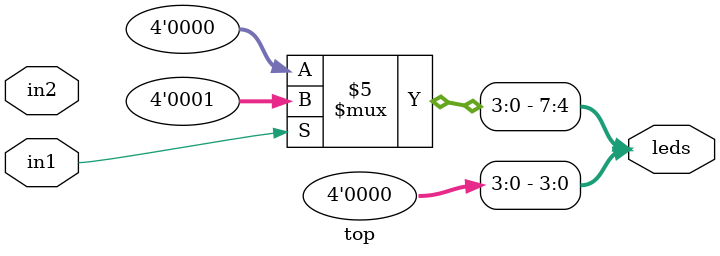
<source format=sv>
module top(
    input in1,
    input in2,
    output reg [7:0] leds
);
    always @ (*) begin
        if (in1) begin
            leds[7:4] = 1'b1111;
        end else begin
            leds[7:4] = 1'b0000;
        end
        if (in2) begin 
            leds[3:0] = 1'b0000;
        end else begin
            leds[3:0] = 1'b0000;
        end
    end
endmodule

</source>
